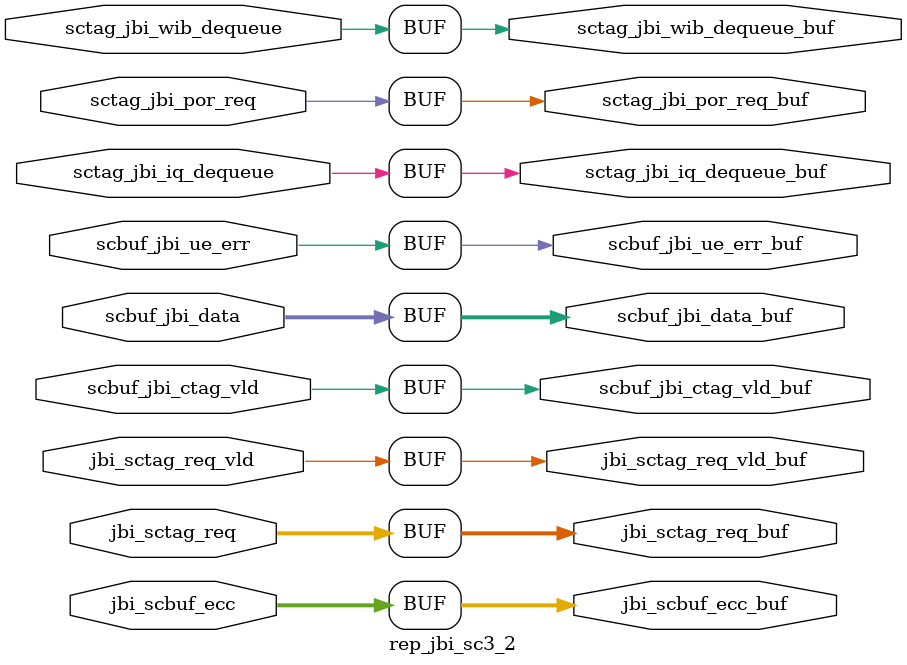
<source format=v>
module rep_jbi_sc3_2(
   jbi_sctag_req_buf, scbuf_jbi_data_buf, jbi_scbuf_ecc_buf, 
   jbi_sctag_req_vld_buf, scbuf_jbi_ctag_vld_buf, 
   scbuf_jbi_ue_err_buf, sctag_jbi_iq_dequeue_buf, 
   sctag_jbi_wib_dequeue_buf, sctag_jbi_por_req_buf, 
   jbi_sctag_req, scbuf_jbi_data, jbi_scbuf_ecc, jbi_sctag_req_vld, 
   scbuf_jbi_ctag_vld, scbuf_jbi_ue_err, sctag_jbi_iq_dequeue, 
   sctag_jbi_wib_dequeue, sctag_jbi_por_req
   );
   output [31:0]        jbi_sctag_req_buf;         
   output [31:0]        scbuf_jbi_data_buf;        
   output [6:0]         jbi_scbuf_ecc_buf;         
   output               jbi_sctag_req_vld_buf;     
   output               scbuf_jbi_ctag_vld_buf;
   output               scbuf_jbi_ue_err_buf;      
   output		sctag_jbi_iq_dequeue_buf;
   output		sctag_jbi_wib_dequeue_buf;
   output		sctag_jbi_por_req_buf;
   input [31:0]        jbi_sctag_req;         
   input [31:0]        scbuf_jbi_data;        
   input [6:0]         jbi_scbuf_ecc;         
   input               jbi_sctag_req_vld;     
   input               scbuf_jbi_ctag_vld;
   input               scbuf_jbi_ue_err;      
   input	       sctag_jbi_iq_dequeue;
   input	       sctag_jbi_wib_dequeue;
   input	       sctag_jbi_por_req;
assign		jbi_sctag_req_buf = jbi_sctag_req ;
assign		scbuf_jbi_data_buf = scbuf_jbi_data ;
assign		jbi_scbuf_ecc_buf[6:0] = jbi_scbuf_ecc[6:0] ;
assign		jbi_sctag_req_vld_buf = jbi_sctag_req_vld ;
assign		scbuf_jbi_ctag_vld_buf = scbuf_jbi_ctag_vld ;
assign		scbuf_jbi_ue_err_buf = scbuf_jbi_ue_err ;
assign		sctag_jbi_iq_dequeue_buf = sctag_jbi_iq_dequeue ;
assign		sctag_jbi_wib_dequeue_buf =  sctag_jbi_wib_dequeue;
assign		sctag_jbi_por_req_buf = sctag_jbi_por_req ;
endmodule
</source>
